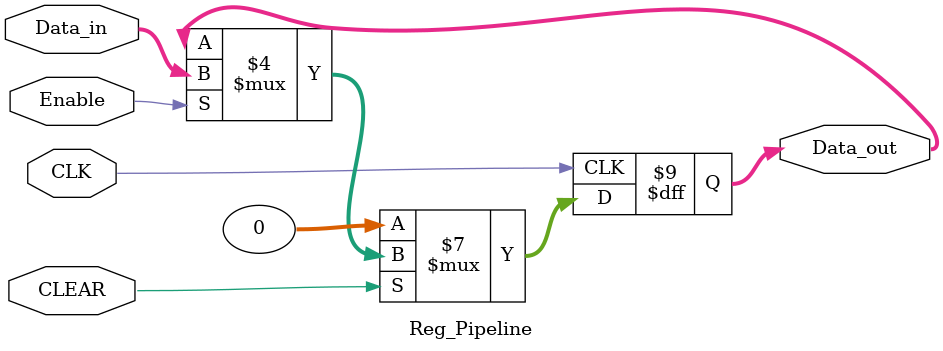
<source format=v>
module Reg_Pipeline (
    Data_out,Data_in,Enable,CLK,CLEAR
);
    input wire [31:0] Data_in;
    input wire Enable,CLK,CLEAR;
    output reg [31:0] Data_out;

    always @(posedge CLK) begin 
        if (~CLEAR) begin
            Data_out <= 32'b0;
        end
        else if (Enable) begin
            Data_out <= Data_in;
        end
        else begin
            Data_out <= Data_out;
        end
    end
    
endmodule
</source>
